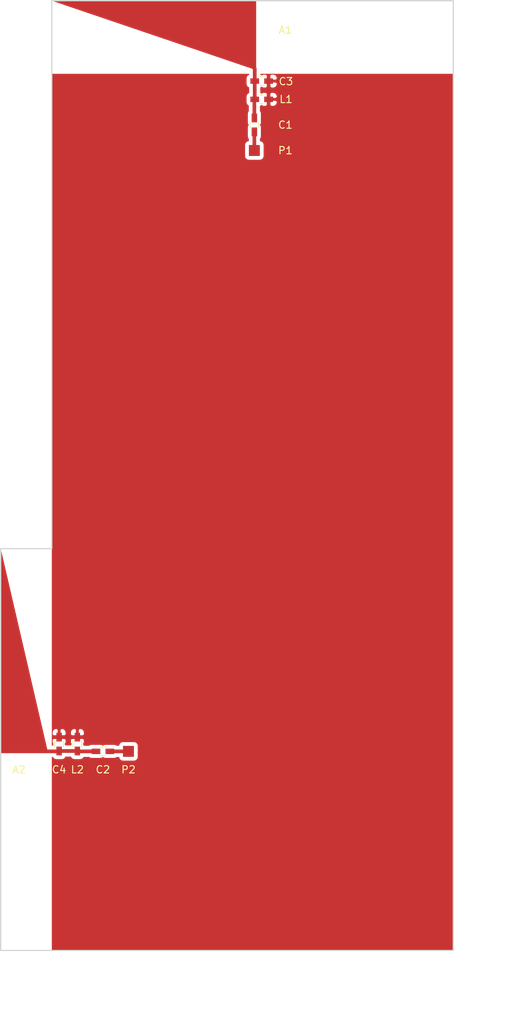
<source format=kicad_pcb>
(kicad_pcb (version 4) (host pcbnew 4.0.1-stable)

  (general
    (links 11)
    (no_connects 0)
    (area 52.924999 34.924999 115.075001 165.075001)
    (thickness 1.6)
    (drawings 18)
    (tracks 16)
    (zones 0)
    (modules 10)
    (nets 6)
  )

  (page A4)
  (title_block
    (title "Triangle-Feed Antenna")
    (date 2016-02-15)
    (rev 1.1)
    (comment 1 "AAU Group 1051")
  )

  (layers
    (0 F.Cu signal)
    (31 B.Cu signal)
    (32 B.Adhes user)
    (33 F.Adhes user)
    (34 B.Paste user hide)
    (35 F.Paste user)
    (36 B.SilkS user hide)
    (37 F.SilkS user)
    (38 B.Mask user)
    (39 F.Mask user hide)
    (40 Dwgs.User user)
    (41 Cmts.User user)
    (42 Eco1.User user)
    (43 Eco2.User user)
    (44 Edge.Cuts user)
    (45 Margin user)
    (46 B.CrtYd user)
    (47 F.CrtYd user)
    (48 B.Fab user)
    (49 F.Fab user)
  )

  (setup
    (last_trace_width 0.508)
    (user_trace_width 0.508)
    (trace_clearance 0.508)
    (zone_clearance 0)
    (zone_45_only no)
    (trace_min 0.2)
    (segment_width 0.2)
    (edge_width 0.15)
    (via_size 0.6)
    (via_drill 0.4)
    (via_min_size 0.4)
    (via_min_drill 0.3)
    (uvia_size 0.3)
    (uvia_drill 0.1)
    (uvias_allowed no)
    (uvia_min_size 0.2)
    (uvia_min_drill 0.1)
    (pcb_text_width 0.3)
    (pcb_text_size 1.5 1.5)
    (mod_edge_width 0.15)
    (mod_text_size 1 1)
    (mod_text_width 0.15)
    (pad_size 1.524 1.524)
    (pad_drill 0.762)
    (pad_to_mask_clearance 0.2)
    (aux_axis_origin 0 0)
    (visible_elements FFFFFF7F)
    (pcbplotparams
      (layerselection 0x00030_80000001)
      (usegerberextensions false)
      (excludeedgelayer true)
      (linewidth 0.100000)
      (plotframeref false)
      (viasonmask false)
      (mode 1)
      (useauxorigin false)
      (hpglpennumber 1)
      (hpglpenspeed 20)
      (hpglpendiameter 15)
      (hpglpenoverlay 2)
      (psnegative false)
      (psa4output false)
      (plotreference true)
      (plotvalue true)
      (plotinvisibletext false)
      (padsonsilk false)
      (subtractmaskfromsilk false)
      (outputformat 1)
      (mirror false)
      (drillshape 1)
      (scaleselection 1)
      (outputdirectory ""))
  )

  (net 0 "")
  (net 1 "Net-(C1-Pad2)")
  (net 2 "Net-(C2-Pad2)")
  (net 3 /GND)
  (net 4 /Ant1)
  (net 5 /Ant2)

  (net_class Default "This is the default net class."
    (clearance 0.508)
    (trace_width 0.25)
    (via_dia 0.6)
    (via_drill 0.4)
    (uvia_dia 0.3)
    (uvia_drill 0.1)
    (add_net /Ant1)
    (add_net /Ant2)
    (add_net /GND)
    (add_net "Net-(C1-Pad2)")
    (add_net "Net-(C2-Pad2)")
  )

  (module Capacitors_SMD:C_0603_HandSoldering (layer F.Cu) (tedit 56C24C5A) (tstamp 56C1C91E)
    (at 87.75 52 270)
    (descr "Capacitor SMD 0603, hand soldering")
    (tags "capacitor 0603")
    (path /56C1C0D8)
    (attr smd)
    (fp_text reference C1 (at 0 -4.25 360) (layer F.SilkS)
      (effects (font (size 1 1) (thickness 0.15)))
    )
    (fp_text value C (at 0 3 360) (layer F.Fab)
      (effects (font (size 1 1) (thickness 0.15)))
    )
    (fp_line (start -1.85 -0.75) (end 1.85 -0.75) (layer F.CrtYd) (width 0.05))
    (fp_line (start -1.85 0.75) (end 1.85 0.75) (layer F.CrtYd) (width 0.05))
    (fp_line (start -1.85 -0.75) (end -1.85 0.75) (layer F.CrtYd) (width 0.05))
    (fp_line (start 1.85 -0.75) (end 1.85 0.75) (layer F.CrtYd) (width 0.05))
    (fp_line (start -0.35 -0.6) (end 0.35 -0.6) (layer F.SilkS) (width 0.15))
    (fp_line (start 0.35 0.6) (end -0.35 0.6) (layer F.SilkS) (width 0.15))
    (pad 1 smd rect (at -0.95 0 270) (size 1.2 0.75) (layers F.Cu F.Paste F.Mask)
      (net 4 /Ant1))
    (pad 2 smd rect (at 0.95 0 270) (size 1.2 0.75) (layers F.Cu F.Paste F.Mask)
      (net 1 "Net-(C1-Pad2)"))
    (model Capacitors_SMD.3dshapes/C_0603_HandSoldering.wrl
      (at (xyz 0 0 0))
      (scale (xyz 1 1 1))
      (rotate (xyz 0 0 0))
    )
  )

  (module Capacitors_SMD:C_0603_HandSoldering (layer F.Cu) (tedit 56C24B10) (tstamp 56C1C924)
    (at 67 137.75)
    (descr "Capacitor SMD 0603, hand soldering")
    (tags "capacitor 0603")
    (path /56C1CB75)
    (attr smd)
    (fp_text reference C2 (at 0 2.5) (layer F.SilkS)
      (effects (font (size 1 1) (thickness 0.15)))
    )
    (fp_text value C (at 0 -4) (layer F.Fab)
      (effects (font (size 1 1) (thickness 0.15)))
    )
    (fp_line (start -1.85 -0.75) (end 1.85 -0.75) (layer F.CrtYd) (width 0.05))
    (fp_line (start -1.85 0.75) (end 1.85 0.75) (layer F.CrtYd) (width 0.05))
    (fp_line (start -1.85 -0.75) (end -1.85 0.75) (layer F.CrtYd) (width 0.05))
    (fp_line (start 1.85 -0.75) (end 1.85 0.75) (layer F.CrtYd) (width 0.05))
    (fp_line (start -0.35 -0.6) (end 0.35 -0.6) (layer F.SilkS) (width 0.15))
    (fp_line (start 0.35 0.6) (end -0.35 0.6) (layer F.SilkS) (width 0.15))
    (pad 1 smd rect (at -0.95 0) (size 1.2 0.75) (layers F.Cu F.Paste F.Mask)
      (net 5 /Ant2))
    (pad 2 smd rect (at 0.95 0) (size 1.2 0.75) (layers F.Cu F.Paste F.Mask)
      (net 2 "Net-(C2-Pad2)"))
    (model Capacitors_SMD.3dshapes/C_0603_HandSoldering.wrl
      (at (xyz 0 0 0))
      (scale (xyz 1 1 1))
      (rotate (xyz 0 0 0))
    )
  )

  (module Capacitors_SMD:C_0603_HandSoldering (layer F.Cu) (tedit 56C24C56) (tstamp 56C1C92A)
    (at 88.75 46)
    (descr "Capacitor SMD 0603, hand soldering")
    (tags "capacitor 0603")
    (path /56C1C1FD)
    (attr smd)
    (fp_text reference C3 (at 3.33025 0.04975) (layer F.SilkS)
      (effects (font (size 1 1) (thickness 0.15)))
    )
    (fp_text value C (at -4 0) (layer F.Fab)
      (effects (font (size 1 1) (thickness 0.15)))
    )
    (fp_line (start -1.85 -0.75) (end 1.85 -0.75) (layer F.CrtYd) (width 0.05))
    (fp_line (start -1.85 0.75) (end 1.85 0.75) (layer F.CrtYd) (width 0.05))
    (fp_line (start -1.85 -0.75) (end -1.85 0.75) (layer F.CrtYd) (width 0.05))
    (fp_line (start 1.85 -0.75) (end 1.85 0.75) (layer F.CrtYd) (width 0.05))
    (fp_line (start -0.35 -0.6) (end 0.35 -0.6) (layer F.SilkS) (width 0.15))
    (fp_line (start 0.35 0.6) (end -0.35 0.6) (layer F.SilkS) (width 0.15))
    (pad 1 smd rect (at -0.95 0) (size 1.2 0.75) (layers F.Cu F.Paste F.Mask)
      (net 4 /Ant1))
    (pad 2 smd rect (at 0.95 0) (size 1.2 0.75) (layers F.Cu F.Paste F.Mask)
      (net 3 /GND))
    (model Capacitors_SMD.3dshapes/C_0603_HandSoldering.wrl
      (at (xyz 0 0 0))
      (scale (xyz 1 1 1))
      (rotate (xyz 0 0 0))
    )
  )

  (module Capacitors_SMD:C_0603_HandSoldering (layer F.Cu) (tedit 56C24B07) (tstamp 56C1C930)
    (at 61 136.75 90)
    (descr "Capacitor SMD 0603, hand soldering")
    (tags "capacitor 0603")
    (path /56C1CB81)
    (attr smd)
    (fp_text reference C4 (at -3.5 0 180) (layer F.SilkS)
      (effects (font (size 1 1) (thickness 0.15)))
    )
    (fp_text value C (at 3 0 180) (layer F.Fab)
      (effects (font (size 1 1) (thickness 0.15)))
    )
    (fp_line (start -1.85 -0.75) (end 1.85 -0.75) (layer F.CrtYd) (width 0.05))
    (fp_line (start -1.85 0.75) (end 1.85 0.75) (layer F.CrtYd) (width 0.05))
    (fp_line (start -1.85 -0.75) (end -1.85 0.75) (layer F.CrtYd) (width 0.05))
    (fp_line (start 1.85 -0.75) (end 1.85 0.75) (layer F.CrtYd) (width 0.05))
    (fp_line (start -0.35 -0.6) (end 0.35 -0.6) (layer F.SilkS) (width 0.15))
    (fp_line (start 0.35 0.6) (end -0.35 0.6) (layer F.SilkS) (width 0.15))
    (pad 1 smd rect (at -0.95 0 90) (size 1.2 0.75) (layers F.Cu F.Paste F.Mask)
      (net 5 /Ant2))
    (pad 2 smd rect (at 0.95 0 90) (size 1.2 0.75) (layers F.Cu F.Paste F.Mask)
      (net 3 /GND))
    (model Capacitors_SMD.3dshapes/C_0603_HandSoldering.wrl
      (at (xyz 0 0 0))
      (scale (xyz 1 1 1))
      (rotate (xyz 0 0 0))
    )
  )

  (module Capacitors_SMD:C_0603_HandSoldering (layer F.Cu) (tedit 56C24C52) (tstamp 56C1C936)
    (at 88.75 48.5)
    (descr "Capacitor SMD 0603, hand soldering")
    (tags "capacitor 0603")
    (path /56C1C15A)
    (attr smd)
    (fp_text reference L1 (at 3.33025 -0.00625) (layer F.SilkS)
      (effects (font (size 1 1) (thickness 0.15)))
    )
    (fp_text value L (at -4 0) (layer F.Fab)
      (effects (font (size 1 1) (thickness 0.15)))
    )
    (fp_line (start -1.85 -0.75) (end 1.85 -0.75) (layer F.CrtYd) (width 0.05))
    (fp_line (start -1.85 0.75) (end 1.85 0.75) (layer F.CrtYd) (width 0.05))
    (fp_line (start -1.85 -0.75) (end -1.85 0.75) (layer F.CrtYd) (width 0.05))
    (fp_line (start 1.85 -0.75) (end 1.85 0.75) (layer F.CrtYd) (width 0.05))
    (fp_line (start -0.35 -0.6) (end 0.35 -0.6) (layer F.SilkS) (width 0.15))
    (fp_line (start 0.35 0.6) (end -0.35 0.6) (layer F.SilkS) (width 0.15))
    (pad 1 smd rect (at -0.95 0) (size 1.2 0.75) (layers F.Cu F.Paste F.Mask)
      (net 4 /Ant1))
    (pad 2 smd rect (at 0.95 0) (size 1.2 0.75) (layers F.Cu F.Paste F.Mask)
      (net 3 /GND))
    (model Capacitors_SMD.3dshapes/C_0603_HandSoldering.wrl
      (at (xyz 0 0 0))
      (scale (xyz 1 1 1))
      (rotate (xyz 0 0 0))
    )
  )

  (module Capacitors_SMD:C_0603_HandSoldering (layer F.Cu) (tedit 56C24AFD) (tstamp 56C1C93C)
    (at 63.5 136.75 90)
    (descr "Capacitor SMD 0603, hand soldering")
    (tags "capacitor 0603")
    (path /56C1CB7B)
    (attr smd)
    (fp_text reference L2 (at -3.5 0 180) (layer F.SilkS)
      (effects (font (size 1 1) (thickness 0.15)))
    )
    (fp_text value L (at 3 0 180) (layer F.Fab)
      (effects (font (size 1 1) (thickness 0.15)))
    )
    (fp_line (start -1.85 -0.75) (end 1.85 -0.75) (layer F.CrtYd) (width 0.05))
    (fp_line (start -1.85 0.75) (end 1.85 0.75) (layer F.CrtYd) (width 0.05))
    (fp_line (start -1.85 -0.75) (end -1.85 0.75) (layer F.CrtYd) (width 0.05))
    (fp_line (start 1.85 -0.75) (end 1.85 0.75) (layer F.CrtYd) (width 0.05))
    (fp_line (start -0.35 -0.6) (end 0.35 -0.6) (layer F.SilkS) (width 0.15))
    (fp_line (start 0.35 0.6) (end -0.35 0.6) (layer F.SilkS) (width 0.15))
    (pad 1 smd rect (at -0.95 0 90) (size 1.2 0.75) (layers F.Cu F.Paste F.Mask)
      (net 5 /Ant2))
    (pad 2 smd rect (at 0.95 0 90) (size 1.2 0.75) (layers F.Cu F.Paste F.Mask)
      (net 3 /GND))
    (model Capacitors_SMD.3dshapes/C_0603_HandSoldering.wrl
      (at (xyz 0 0 0))
      (scale (xyz 1 1 1))
      (rotate (xyz 0 0 0))
    )
  )

  (module Measurement_Points:Measurement_Point_Square-SMD-Pad_Small (layer F.Cu) (tedit 56C24D88) (tstamp 56C1CF98)
    (at 84 39)
    (descr "Mesurement Point, Square, SMD Pad,  1.5mm x 1.5mm,")
    (tags "Mesurement Point, Square, SMD Pad, 1.5mm x 1.5mm,")
    (path /56C1C8C2)
    (fp_text reference A1 (at 8 0) (layer F.SilkS)
      (effects (font (size 1 1) (thickness 0.15)))
    )
    (fp_text value ANTENNA (at -2 0) (layer F.Fab)
      (effects (font (size 1 1) (thickness 0.15)))
    )
    (pad 1 smd rect (at 0 0) (size 1.50114 1.50114) (layers F.Cu F.Paste F.Mask)
      (net 4 /Ant1))
  )

  (module Measurement_Points:Measurement_Point_Square-SMD-Pad_Small (layer F.Cu) (tedit 56C24D0E) (tstamp 56C1CF9C)
    (at 55.5 136)
    (descr "Mesurement Point, Square, SMD Pad,  1.5mm x 1.5mm,")
    (tags "Mesurement Point, Square, SMD Pad, 1.5mm x 1.5mm,")
    (path /56C1CB96)
    (fp_text reference A2 (at 0 4.25) (layer F.SilkS)
      (effects (font (size 1 1) (thickness 0.15)))
    )
    (fp_text value ANTENNA (at 1 -2.25) (layer F.Fab)
      (effects (font (size 1 1) (thickness 0.15)))
    )
    (pad 1 smd rect (at 0 0) (size 1.50114 1.50114) (layers F.Cu F.Paste F.Mask)
      (net 5 /Ant2))
  )

  (module Measurement_Points:Measurement_Point_Square-SMD-Pad_Small (layer F.Cu) (tedit 56C24C5F) (tstamp 56C1CFA0)
    (at 87.75 55.5 90)
    (descr "Mesurement Point, Square, SMD Pad,  1.5mm x 1.5mm,")
    (tags "Mesurement Point, Square, SMD Pad, 1.5mm x 1.5mm,")
    (path /56C1CF80)
    (fp_text reference P1 (at 0 4.25 180) (layer F.SilkS)
      (effects (font (size 1 1) (thickness 0.15)))
    )
    (fp_text value SMA (at 0.23725 -3.71725 180) (layer F.Fab)
      (effects (font (size 1 1) (thickness 0.15)))
    )
    (pad 1 smd rect (at 0 0 90) (size 1.50114 1.50114) (layers F.Cu F.Paste F.Mask)
      (net 1 "Net-(C1-Pad2)"))
  )

  (module Measurement_Points:Measurement_Point_Square-SMD-Pad_Small (layer F.Cu) (tedit 56C24B12) (tstamp 56C1CFA4)
    (at 70.5 137.75 180)
    (descr "Mesurement Point, Square, SMD Pad,  1.5mm x 1.5mm,")
    (tags "Mesurement Point, Square, SMD Pad, 1.5mm x 1.5mm,")
    (path /56C1D014)
    (fp_text reference P2 (at 0 -2.5 180) (layer F.SilkS)
      (effects (font (size 1 1) (thickness 0.15)))
    )
    (fp_text value SMA (at 0 4 180) (layer F.Fab)
      (effects (font (size 1 1) (thickness 0.15)))
    )
    (pad 1 smd rect (at 0 0 180) (size 1.50114 1.50114) (layers F.Cu F.Paste F.Mask)
      (net 2 "Net-(C2-Pad2)"))
  )

  (gr_line (start 115 35) (end 60 35) (angle 90) (layer Edge.Cuts) (width 0.15))
  (gr_line (start 115 165) (end 115 35) (angle 90) (layer Edge.Cuts) (width 0.15))
  (gr_line (start 53 165) (end 115 165) (angle 90) (layer Edge.Cuts) (width 0.15))
  (gr_line (start 53 110) (end 53 165) (angle 90) (layer Edge.Cuts) (width 0.15))
  (gr_line (start 60 110) (end 53 110) (angle 90) (layer Edge.Cuts) (width 0.15))
  (gr_line (start 60 35) (end 60 110) (angle 90) (layer Edge.Cuts) (width 0.15))
  (gr_line (start 53 175) (end 63 175) (angle 90) (layer Dwgs.User) (width 0.2))
  (gr_line (start 53 165) (end 53 175) (angle 90) (layer Dwgs.User) (width 0.2))
  (gr_line (start 60 110) (end 60 165) (angle 90) (layer Dwgs.User) (width 0.2))
  (gr_line (start 53 110) (end 60 110) (angle 90) (layer Dwgs.User) (width 0.2))
  (gr_line (start 53 165) (end 53 110) (angle 90) (layer Dwgs.User) (width 0.2))
  (gr_line (start 60 165) (end 53 165) (angle 90) (layer Dwgs.User) (width 0.2))
  (gr_line (start 122 35) (end 122 40) (angle 90) (layer Dwgs.User) (width 0.2))
  (gr_line (start 115 35) (end 122 35) (angle 90) (layer Dwgs.User) (width 0.2))
  (gr_line (start 115 45) (end 60 45) (angle 90) (layer Dwgs.User) (width 0.2))
  (gr_line (start 115 35) (end 115 45) (angle 90) (layer Dwgs.User) (width 0.2))
  (gr_line (start 60 35) (end 115 35) (angle 90) (layer Dwgs.User) (width 0.2))
  (gr_line (start 60 45) (end 60 35) (angle 90) (layer Dwgs.User) (width 0.2))

  (segment (start 87.75 55.5) (end 87.75 52.95) (width 0.508) (layer F.Cu) (net 1))
  (segment (start 70.5 137.75) (end 67.95 137.75) (width 0.508) (layer F.Cu) (net 2))
  (segment (start 87.8 46) (end 87.8 44.3) (width 0.508) (layer F.Cu) (net 4))
  (segment (start 84 40.5) (end 84 39) (width 0.508) (layer F.Cu) (net 4) (tstamp 56C24D9B))
  (segment (start 87.8 44.3) (end 84 40.5) (width 0.508) (layer F.Cu) (net 4) (tstamp 56C24D9A))
  (segment (start 87.8 48.5) (end 87.8 46) (width 0.508) (layer F.Cu) (net 4))
  (segment (start 87.75 51.05) (end 87.75 48.55) (width 0.508) (layer F.Cu) (net 4))
  (segment (start 87.75 48.55) (end 87.8 48.5) (width 0.508) (layer F.Cu) (net 4) (tstamp 56C24D69))
  (segment (start 66.05 137.75) (end 63.55 137.75) (width 0.508) (layer F.Cu) (net 5))
  (segment (start 63.55 137.75) (end 63.5 137.7) (width 0.508) (layer F.Cu) (net 5) (tstamp 56C24E51))
  (segment (start 63.5 137.7) (end 61 137.7) (width 0.508) (layer F.Cu) (net 5) (tstamp 56C24E52))
  (segment (start 55.5 136) (end 57.5 136) (width 0.508) (layer F.Cu) (net 5))
  (segment (start 59.25 137.75) (end 60.95 137.75) (width 0.508) (layer F.Cu) (net 5) (tstamp 56C24D93))
  (segment (start 57.5 136) (end 59.25 137.75) (width 0.508) (layer F.Cu) (net 5) (tstamp 56C24D92))
  (segment (start 60.95 137.75) (end 61 137.7) (width 0.508) (layer F.Cu) (net 5) (tstamp 56C24D94))
  (segment (start 61 137.7) (end 60.95 137.75) (width 0.508) (layer F.Cu) (net 5))

  (zone (net 5) (net_name /Ant2) (layer F.Cu) (tstamp 56C1CF27) (hatch edge 0.508)
    (connect_pads yes (clearance 0))
    (min_thickness 0.0254)
    (fill yes (arc_segments 16) (thermal_gap 0.508) (thermal_bridge_width 0.508))
    (polygon
      (pts
        (xy 59.5 138) (xy 53 138) (xy 53 110) (xy 59.5 138)
      )
    )
    (filled_polygon
      (pts
        (xy 59.484014 137.9873) (xy 53.0877 137.9873) (xy 53.0877 110.433947)
      )
    )
  )
  (zone (net 3) (net_name /GND) (layer F.Cu) (tstamp 56C1D1F1) (hatch edge 0.508)
    (connect_pads (clearance 0))
    (min_thickness 0.0254)
    (fill yes (arc_segments 16) (thermal_gap 0.508) (thermal_bridge_width 0.508))
    (polygon
      (pts
        (xy 115 165) (xy 60 165) (xy 60 45) (xy 115 45) (xy 115 165)
      )
    )
    (filled_polygon
      (pts
        (xy 87.0253 45.126971) (xy 87.00704 45.130407) (xy 86.829818 45.244446) (xy 86.710927 45.41845) (xy 86.669099 45.625)
        (xy 86.669099 46.375) (xy 86.705407 46.56796) (xy 86.819446 46.745182) (xy 86.99345 46.864073) (xy 87.0253 46.870523)
        (xy 87.0253 47.626971) (xy 87.00704 47.630407) (xy 86.829818 47.744446) (xy 86.710927 47.91845) (xy 86.669099 48.125)
        (xy 86.669099 48.875) (xy 86.705407 49.06796) (xy 86.819446 49.245182) (xy 86.9753 49.351672) (xy 86.9753 50.112647)
        (xy 86.885927 50.24345) (xy 86.844099 50.45) (xy 86.844099 51.65) (xy 86.880407 51.84296) (xy 86.982663 52.001871)
        (xy 86.885927 52.14345) (xy 86.844099 52.35) (xy 86.844099 53.55) (xy 86.880407 53.74296) (xy 86.9753 53.890428)
        (xy 86.9753 54.223069) (xy 86.80647 54.254837) (xy 86.629248 54.368876) (xy 86.510357 54.54288) (xy 86.468529 54.74943)
        (xy 86.468529 56.25057) (xy 86.504837 56.44353) (xy 86.618876 56.620752) (xy 86.79288 56.739643) (xy 86.99943 56.781471)
        (xy 88.50057 56.781471) (xy 88.69353 56.745163) (xy 88.870752 56.631124) (xy 88.989643 56.45712) (xy 89.031471 56.25057)
        (xy 89.031471 54.74943) (xy 88.995163 54.55647) (xy 88.881124 54.379248) (xy 88.70712 54.260357) (xy 88.5247 54.223416)
        (xy 88.5247 53.887353) (xy 88.614073 53.75655) (xy 88.655901 53.55) (xy 88.655901 52.35) (xy 88.619593 52.15704)
        (xy 88.517337 51.998129) (xy 88.614073 51.85655) (xy 88.655901 51.65) (xy 88.655901 50.45) (xy 88.619593 50.25704)
        (xy 88.5247 50.109572) (xy 88.5247 49.382437) (xy 88.59296 49.369593) (xy 88.754356 49.265737) (xy 88.805047 49.316428)
        (xy 88.996426 49.3957) (xy 89.328525 49.3957) (xy 89.4587 49.265525) (xy 89.4587 48.6875) (xy 89.9413 48.6875)
        (xy 89.9413 49.265525) (xy 90.071475 49.3957) (xy 90.403574 49.3957) (xy 90.594953 49.316428) (xy 90.741428 49.169953)
        (xy 90.8207 48.978573) (xy 90.8207 48.817675) (xy 90.690525 48.6875) (xy 89.9413 48.6875) (xy 89.4587 48.6875)
        (xy 89.4387 48.6875) (xy 89.4387 48.3125) (xy 89.4587 48.3125) (xy 89.4587 47.734475) (xy 89.9413 47.734475)
        (xy 89.9413 48.3125) (xy 90.690525 48.3125) (xy 90.8207 48.182325) (xy 90.8207 48.021427) (xy 90.741428 47.830047)
        (xy 90.594953 47.683572) (xy 90.403574 47.6043) (xy 90.071475 47.6043) (xy 89.9413 47.734475) (xy 89.4587 47.734475)
        (xy 89.328525 47.6043) (xy 88.996426 47.6043) (xy 88.805047 47.683572) (xy 88.752779 47.73584) (xy 88.60655 47.635927)
        (xy 88.5747 47.629477) (xy 88.5747 46.873029) (xy 88.59296 46.869593) (xy 88.754356 46.765737) (xy 88.805047 46.816428)
        (xy 88.996426 46.8957) (xy 89.328525 46.8957) (xy 89.4587 46.765525) (xy 89.4587 46.1875) (xy 89.9413 46.1875)
        (xy 89.9413 46.765525) (xy 90.071475 46.8957) (xy 90.403574 46.8957) (xy 90.594953 46.816428) (xy 90.741428 46.669953)
        (xy 90.8207 46.478573) (xy 90.8207 46.317675) (xy 90.690525 46.1875) (xy 89.9413 46.1875) (xy 89.4587 46.1875)
        (xy 89.4387 46.1875) (xy 89.4387 45.8125) (xy 89.4587 45.8125) (xy 89.4587 45.234475) (xy 89.9413 45.234475)
        (xy 89.9413 45.8125) (xy 90.690525 45.8125) (xy 90.8207 45.682325) (xy 90.8207 45.521427) (xy 90.741428 45.330047)
        (xy 90.594953 45.183572) (xy 90.403574 45.1043) (xy 90.071475 45.1043) (xy 89.9413 45.234475) (xy 89.4587 45.234475)
        (xy 89.328525 45.1043) (xy 88.996426 45.1043) (xy 88.805047 45.183572) (xy 88.752779 45.23584) (xy 88.60655 45.135927)
        (xy 88.5747 45.129477) (xy 88.5747 45.0127) (xy 114.9123 45.0127) (xy 114.9123 164.9123) (xy 60.0127 164.9123)
        (xy 60.0127 138.5247) (xy 60.150831 138.5247) (xy 60.244446 138.670182) (xy 60.41845 138.789073) (xy 60.625 138.830901)
        (xy 61.375 138.830901) (xy 61.56796 138.794593) (xy 61.745182 138.680554) (xy 61.864073 138.50655) (xy 61.870523 138.4747)
        (xy 62.626971 138.4747) (xy 62.630407 138.49296) (xy 62.744446 138.670182) (xy 62.91845 138.789073) (xy 63.125 138.830901)
        (xy 63.875 138.830901) (xy 64.06796 138.794593) (xy 64.245182 138.680554) (xy 64.351672 138.5247) (xy 65.112647 138.5247)
        (xy 65.24345 138.614073) (xy 65.45 138.655901) (xy 66.65 138.655901) (xy 66.84296 138.619593) (xy 67.001871 138.517337)
        (xy 67.14345 138.614073) (xy 67.35 138.655901) (xy 68.55 138.655901) (xy 68.74296 138.619593) (xy 68.890428 138.5247)
        (xy 69.223069 138.5247) (xy 69.254837 138.69353) (xy 69.368876 138.870752) (xy 69.54288 138.989643) (xy 69.74943 139.031471)
        (xy 71.25057 139.031471) (xy 71.44353 138.995163) (xy 71.620752 138.881124) (xy 71.739643 138.70712) (xy 71.781471 138.50057)
        (xy 71.781471 136.99943) (xy 71.745163 136.80647) (xy 71.631124 136.629248) (xy 71.45712 136.510357) (xy 71.25057 136.468529)
        (xy 69.74943 136.468529) (xy 69.55647 136.504837) (xy 69.379248 136.618876) (xy 69.260357 136.79288) (xy 69.223416 136.9753)
        (xy 68.887353 136.9753) (xy 68.75655 136.885927) (xy 68.55 136.844099) (xy 67.35 136.844099) (xy 67.15704 136.880407)
        (xy 66.998129 136.982663) (xy 66.85655 136.885927) (xy 66.65 136.844099) (xy 65.45 136.844099) (xy 65.25704 136.880407)
        (xy 65.109572 136.9753) (xy 64.382437 136.9753) (xy 64.369593 136.90704) (xy 64.265737 136.745644) (xy 64.316428 136.694953)
        (xy 64.3957 136.503574) (xy 64.3957 136.171475) (xy 64.265525 136.0413) (xy 63.6875 136.0413) (xy 63.6875 136.0613)
        (xy 63.3125 136.0613) (xy 63.3125 136.0413) (xy 62.734475 136.0413) (xy 62.6043 136.171475) (xy 62.6043 136.503574)
        (xy 62.683572 136.694953) (xy 62.73584 136.747221) (xy 62.635927 136.89345) (xy 62.629477 136.9253) (xy 61.873029 136.9253)
        (xy 61.869593 136.90704) (xy 61.765737 136.745644) (xy 61.816428 136.694953) (xy 61.8957 136.503574) (xy 61.8957 136.171475)
        (xy 61.765525 136.0413) (xy 61.1875 136.0413) (xy 61.1875 136.0613) (xy 60.8125 136.0613) (xy 60.8125 136.0413)
        (xy 60.234475 136.0413) (xy 60.1043 136.171475) (xy 60.1043 136.503574) (xy 60.183572 136.694953) (xy 60.23584 136.747221)
        (xy 60.135927 136.89345) (xy 60.119352 136.9753) (xy 60.0127 136.9753) (xy 60.0127 135.096426) (xy 60.1043 135.096426)
        (xy 60.1043 135.428525) (xy 60.234475 135.5587) (xy 60.8125 135.5587) (xy 60.8125 134.809475) (xy 61.1875 134.809475)
        (xy 61.1875 135.5587) (xy 61.765525 135.5587) (xy 61.8957 135.428525) (xy 61.8957 135.096426) (xy 62.6043 135.096426)
        (xy 62.6043 135.428525) (xy 62.734475 135.5587) (xy 63.3125 135.5587) (xy 63.3125 134.809475) (xy 63.6875 134.809475)
        (xy 63.6875 135.5587) (xy 64.265525 135.5587) (xy 64.3957 135.428525) (xy 64.3957 135.096426) (xy 64.316428 134.905047)
        (xy 64.169953 134.758572) (xy 63.978573 134.6793) (xy 63.817675 134.6793) (xy 63.6875 134.809475) (xy 63.3125 134.809475)
        (xy 63.182325 134.6793) (xy 63.021427 134.6793) (xy 62.830047 134.758572) (xy 62.683572 134.905047) (xy 62.6043 135.096426)
        (xy 61.8957 135.096426) (xy 61.816428 134.905047) (xy 61.669953 134.758572) (xy 61.478573 134.6793) (xy 61.317675 134.6793)
        (xy 61.1875 134.809475) (xy 60.8125 134.809475) (xy 60.682325 134.6793) (xy 60.521427 134.6793) (xy 60.330047 134.758572)
        (xy 60.183572 134.905047) (xy 60.1043 135.096426) (xy 60.0127 135.096426) (xy 60.0127 110.085174) (xy 60.033561 110.081024)
        (xy 60.062013 110.062013) (xy 60.081024 110.033561) (xy 60.0877 110) (xy 60.0877 45.0127) (xy 87.0253 45.0127)
      )
    )
  )
  (zone (net 4) (net_name /Ant1) (layer F.Cu) (tstamp 56C1CEAC) (hatch edge 0.508)
    (connect_pads yes (clearance 0))
    (min_thickness 0.0254)
    (fill yes (arc_segments 16) (thermal_gap 0.508) (thermal_bridge_width 0.508))
    (polygon
      (pts
        (xy 88 44.5) (xy 88 35) (xy 60 35) (xy 88 44.5)
      )
    )
    (filled_polygon
      (pts
        (xy 87.9873 44.48228) (xy 60.298013 35.0877) (xy 87.9873 35.0877)
      )
    )
  )
)

</source>
